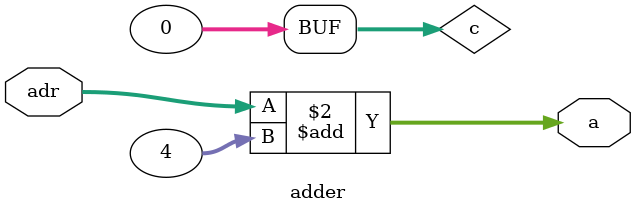
<source format=v>
module adder (adr,a);


 reg [31:0]c=0;
 input [31:0]adr;
 output reg [31:0]a;

  always @(*) begin
     a = adr + 4;
  end
    
endmodule
</source>
